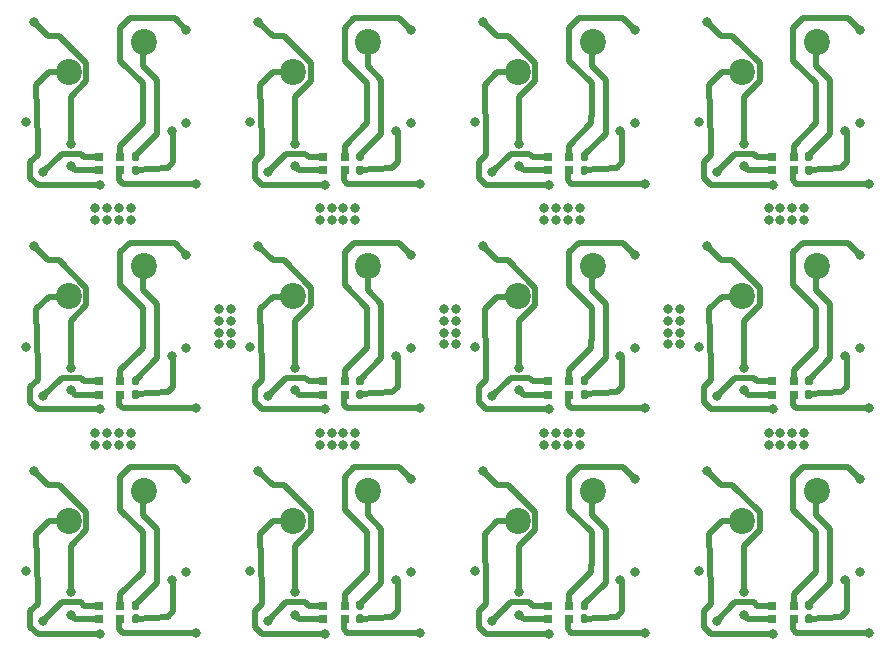
<source format=gbr>
%TF.GenerationSoftware,KiCad,Pcbnew,(5.1.9-0-10_14)*%
%TF.CreationDate,2021-09-25T06:11:46-07:00*%
%TF.ProjectId,MX-KEY-SWITCH-BOARD,4d582d4b-4559-42d5-9357-495443482d42,rev?*%
%TF.SameCoordinates,Original*%
%TF.FileFunction,Copper,L1,Top*%
%TF.FilePolarity,Positive*%
%FSLAX46Y46*%
G04 Gerber Fmt 4.6, Leading zero omitted, Abs format (unit mm)*
G04 Created by KiCad (PCBNEW (5.1.9-0-10_14)) date 2021-09-25 06:11:46*
%MOMM*%
%LPD*%
G01*
G04 APERTURE LIST*
%TA.AperFunction,SMDPad,CuDef*%
%ADD10R,0.700000X0.700000*%
%TD*%
%TA.AperFunction,ComponentPad*%
%ADD11C,2.200000*%
%TD*%
%TA.AperFunction,ViaPad*%
%ADD12C,0.800000*%
%TD*%
%TA.AperFunction,Conductor*%
%ADD13C,0.500000*%
%TD*%
G04 APERTURE END LIST*
D10*
%TO.P,WS12,4*%
%TO.N,VCC*%
X55780000Y-43760000D03*
%TO.P,WS12,3*%
%TO.N,DI*%
X55780000Y-42640000D03*
%TO.P,WS12,2*%
%TO.N,GND*%
X57620000Y-42640000D03*
%TO.P,WS12,1*%
%TO.N,DO*%
X57620000Y-43760000D03*
%TD*%
%TO.P,WS11,4*%
%TO.N,VCC*%
X36780000Y-43760000D03*
%TO.P,WS11,3*%
%TO.N,DI*%
X36780000Y-42640000D03*
%TO.P,WS11,2*%
%TO.N,GND*%
X38620000Y-42640000D03*
%TO.P,WS11,1*%
%TO.N,DO*%
X38620000Y-43760000D03*
%TD*%
%TO.P,WS10,4*%
%TO.N,VCC*%
X17780000Y-43760000D03*
%TO.P,WS10,3*%
%TO.N,DI*%
X17780000Y-42640000D03*
%TO.P,WS10,2*%
%TO.N,GND*%
X19620000Y-42640000D03*
%TO.P,WS10,1*%
%TO.N,DO*%
X19620000Y-43760000D03*
%TD*%
%TO.P,WS9,4*%
%TO.N,VCC*%
X-1220000Y-43760000D03*
%TO.P,WS9,3*%
%TO.N,DI*%
X-1220000Y-42640000D03*
%TO.P,WS9,2*%
%TO.N,GND*%
X620000Y-42640000D03*
%TO.P,WS9,1*%
%TO.N,DO*%
X620000Y-43760000D03*
%TD*%
%TO.P,WS8,4*%
%TO.N,VCC*%
X55780000Y-24760000D03*
%TO.P,WS8,3*%
%TO.N,DI*%
X55780000Y-23640000D03*
%TO.P,WS8,2*%
%TO.N,GND*%
X57620000Y-23640000D03*
%TO.P,WS8,1*%
%TO.N,DO*%
X57620000Y-24760000D03*
%TD*%
%TO.P,WS7,4*%
%TO.N,VCC*%
X36780000Y-24760000D03*
%TO.P,WS7,3*%
%TO.N,DI*%
X36780000Y-23640000D03*
%TO.P,WS7,2*%
%TO.N,GND*%
X38620000Y-23640000D03*
%TO.P,WS7,1*%
%TO.N,DO*%
X38620000Y-24760000D03*
%TD*%
%TO.P,WS6,4*%
%TO.N,VCC*%
X17780000Y-24760000D03*
%TO.P,WS6,3*%
%TO.N,DI*%
X17780000Y-23640000D03*
%TO.P,WS6,2*%
%TO.N,GND*%
X19620000Y-23640000D03*
%TO.P,WS6,1*%
%TO.N,DO*%
X19620000Y-24760000D03*
%TD*%
%TO.P,WS5,4*%
%TO.N,VCC*%
X-1220000Y-24760000D03*
%TO.P,WS5,3*%
%TO.N,DI*%
X-1220000Y-23640000D03*
%TO.P,WS5,2*%
%TO.N,GND*%
X620000Y-23640000D03*
%TO.P,WS5,1*%
%TO.N,DO*%
X620000Y-24760000D03*
%TD*%
%TO.P,WS4,4*%
%TO.N,VCC*%
X55780000Y-5760000D03*
%TO.P,WS4,3*%
%TO.N,DI*%
X55780000Y-4640000D03*
%TO.P,WS4,2*%
%TO.N,GND*%
X57620000Y-4640000D03*
%TO.P,WS4,1*%
%TO.N,DO*%
X57620000Y-5760000D03*
%TD*%
%TO.P,WS3,4*%
%TO.N,VCC*%
X36780000Y-5760000D03*
%TO.P,WS3,3*%
%TO.N,DI*%
X36780000Y-4640000D03*
%TO.P,WS3,2*%
%TO.N,GND*%
X38620000Y-4640000D03*
%TO.P,WS3,1*%
%TO.N,DO*%
X38620000Y-5760000D03*
%TD*%
%TO.P,WS2,4*%
%TO.N,VCC*%
X17780000Y-5760000D03*
%TO.P,WS2,3*%
%TO.N,DI*%
X17780000Y-4640000D03*
%TO.P,WS2,2*%
%TO.N,GND*%
X19620000Y-4640000D03*
%TO.P,WS2,1*%
%TO.N,DO*%
X19620000Y-5760000D03*
%TD*%
D11*
%TO.P,SW12,2*%
%TO.N,COL*%
X53250000Y-35440000D03*
%TO.P,SW12,1*%
%TO.N,Net-(D12-Pad2)*%
X59600000Y-32900000D03*
%TD*%
%TO.P,SW11,2*%
%TO.N,COL*%
X34250000Y-35440000D03*
%TO.P,SW11,1*%
%TO.N,Net-(D11-Pad2)*%
X40600000Y-32900000D03*
%TD*%
%TO.P,SW10,2*%
%TO.N,COL*%
X15250000Y-35440000D03*
%TO.P,SW10,1*%
%TO.N,Net-(D10-Pad2)*%
X21600000Y-32900000D03*
%TD*%
%TO.P,SW9,2*%
%TO.N,COL*%
X-3750000Y-35440000D03*
%TO.P,SW9,1*%
%TO.N,Net-(D9-Pad2)*%
X2600000Y-32900000D03*
%TD*%
%TO.P,SW8,2*%
%TO.N,COL*%
X53250000Y-16440000D03*
%TO.P,SW8,1*%
%TO.N,Net-(D8-Pad2)*%
X59600000Y-13900000D03*
%TD*%
%TO.P,SW7,2*%
%TO.N,COL*%
X34250000Y-16440000D03*
%TO.P,SW7,1*%
%TO.N,Net-(D7-Pad2)*%
X40600000Y-13900000D03*
%TD*%
%TO.P,SW6,2*%
%TO.N,COL*%
X15250000Y-16440000D03*
%TO.P,SW6,1*%
%TO.N,Net-(D6-Pad2)*%
X21600000Y-13900000D03*
%TD*%
%TO.P,SW5,2*%
%TO.N,COL*%
X-3750000Y-16440000D03*
%TO.P,SW5,1*%
%TO.N,Net-(D5-Pad2)*%
X2600000Y-13900000D03*
%TD*%
%TO.P,SW4,2*%
%TO.N,COL*%
X53250000Y2560000D03*
%TO.P,SW4,1*%
%TO.N,Net-(D4-Pad2)*%
X59600000Y5100000D03*
%TD*%
%TO.P,SW3,2*%
%TO.N,COL*%
X34250000Y2560000D03*
%TO.P,SW3,1*%
%TO.N,Net-(D3-Pad2)*%
X40600000Y5100000D03*
%TD*%
%TO.P,SW2,2*%
%TO.N,COL*%
X15250000Y2560000D03*
%TO.P,SW2,1*%
%TO.N,Net-(D2-Pad2)*%
X21600000Y5100000D03*
%TD*%
%TO.P,D12,2*%
%TO.N,Net-(D12-Pad2)*%
%TA.AperFunction,SMDPad,CuDef*%
G36*
G01*
X59060000Y-42982500D02*
X58740000Y-42982500D01*
G75*
G02*
X58580000Y-42822500I0J160000D01*
G01*
X58580000Y-42377500D01*
G75*
G02*
X58740000Y-42217500I160000J0D01*
G01*
X59060000Y-42217500D01*
G75*
G02*
X59220000Y-42377500I0J-160000D01*
G01*
X59220000Y-42822500D01*
G75*
G02*
X59060000Y-42982500I-160000J0D01*
G01*
G37*
%TD.AperFunction*%
%TO.P,D12,1*%
%TO.N,ROW*%
%TA.AperFunction,SMDPad,CuDef*%
G36*
G01*
X59060000Y-44127500D02*
X58740000Y-44127500D01*
G75*
G02*
X58580000Y-43967500I0J160000D01*
G01*
X58580000Y-43522500D01*
G75*
G02*
X58740000Y-43362500I160000J0D01*
G01*
X59060000Y-43362500D01*
G75*
G02*
X59220000Y-43522500I0J-160000D01*
G01*
X59220000Y-43967500D01*
G75*
G02*
X59060000Y-44127500I-160000J0D01*
G01*
G37*
%TD.AperFunction*%
%TD*%
%TO.P,D11,2*%
%TO.N,Net-(D11-Pad2)*%
%TA.AperFunction,SMDPad,CuDef*%
G36*
G01*
X40060000Y-42982500D02*
X39740000Y-42982500D01*
G75*
G02*
X39580000Y-42822500I0J160000D01*
G01*
X39580000Y-42377500D01*
G75*
G02*
X39740000Y-42217500I160000J0D01*
G01*
X40060000Y-42217500D01*
G75*
G02*
X40220000Y-42377500I0J-160000D01*
G01*
X40220000Y-42822500D01*
G75*
G02*
X40060000Y-42982500I-160000J0D01*
G01*
G37*
%TD.AperFunction*%
%TO.P,D11,1*%
%TO.N,ROW*%
%TA.AperFunction,SMDPad,CuDef*%
G36*
G01*
X40060000Y-44127500D02*
X39740000Y-44127500D01*
G75*
G02*
X39580000Y-43967500I0J160000D01*
G01*
X39580000Y-43522500D01*
G75*
G02*
X39740000Y-43362500I160000J0D01*
G01*
X40060000Y-43362500D01*
G75*
G02*
X40220000Y-43522500I0J-160000D01*
G01*
X40220000Y-43967500D01*
G75*
G02*
X40060000Y-44127500I-160000J0D01*
G01*
G37*
%TD.AperFunction*%
%TD*%
%TO.P,D10,2*%
%TO.N,Net-(D10-Pad2)*%
%TA.AperFunction,SMDPad,CuDef*%
G36*
G01*
X21060000Y-42982500D02*
X20740000Y-42982500D01*
G75*
G02*
X20580000Y-42822500I0J160000D01*
G01*
X20580000Y-42377500D01*
G75*
G02*
X20740000Y-42217500I160000J0D01*
G01*
X21060000Y-42217500D01*
G75*
G02*
X21220000Y-42377500I0J-160000D01*
G01*
X21220000Y-42822500D01*
G75*
G02*
X21060000Y-42982500I-160000J0D01*
G01*
G37*
%TD.AperFunction*%
%TO.P,D10,1*%
%TO.N,ROW*%
%TA.AperFunction,SMDPad,CuDef*%
G36*
G01*
X21060000Y-44127500D02*
X20740000Y-44127500D01*
G75*
G02*
X20580000Y-43967500I0J160000D01*
G01*
X20580000Y-43522500D01*
G75*
G02*
X20740000Y-43362500I160000J0D01*
G01*
X21060000Y-43362500D01*
G75*
G02*
X21220000Y-43522500I0J-160000D01*
G01*
X21220000Y-43967500D01*
G75*
G02*
X21060000Y-44127500I-160000J0D01*
G01*
G37*
%TD.AperFunction*%
%TD*%
%TO.P,D9,2*%
%TO.N,Net-(D9-Pad2)*%
%TA.AperFunction,SMDPad,CuDef*%
G36*
G01*
X2060000Y-42982500D02*
X1740000Y-42982500D01*
G75*
G02*
X1580000Y-42822500I0J160000D01*
G01*
X1580000Y-42377500D01*
G75*
G02*
X1740000Y-42217500I160000J0D01*
G01*
X2060000Y-42217500D01*
G75*
G02*
X2220000Y-42377500I0J-160000D01*
G01*
X2220000Y-42822500D01*
G75*
G02*
X2060000Y-42982500I-160000J0D01*
G01*
G37*
%TD.AperFunction*%
%TO.P,D9,1*%
%TO.N,ROW*%
%TA.AperFunction,SMDPad,CuDef*%
G36*
G01*
X2060000Y-44127500D02*
X1740000Y-44127500D01*
G75*
G02*
X1580000Y-43967500I0J160000D01*
G01*
X1580000Y-43522500D01*
G75*
G02*
X1740000Y-43362500I160000J0D01*
G01*
X2060000Y-43362500D01*
G75*
G02*
X2220000Y-43522500I0J-160000D01*
G01*
X2220000Y-43967500D01*
G75*
G02*
X2060000Y-44127500I-160000J0D01*
G01*
G37*
%TD.AperFunction*%
%TD*%
%TO.P,D8,2*%
%TO.N,Net-(D8-Pad2)*%
%TA.AperFunction,SMDPad,CuDef*%
G36*
G01*
X59060000Y-23982500D02*
X58740000Y-23982500D01*
G75*
G02*
X58580000Y-23822500I0J160000D01*
G01*
X58580000Y-23377500D01*
G75*
G02*
X58740000Y-23217500I160000J0D01*
G01*
X59060000Y-23217500D01*
G75*
G02*
X59220000Y-23377500I0J-160000D01*
G01*
X59220000Y-23822500D01*
G75*
G02*
X59060000Y-23982500I-160000J0D01*
G01*
G37*
%TD.AperFunction*%
%TO.P,D8,1*%
%TO.N,ROW*%
%TA.AperFunction,SMDPad,CuDef*%
G36*
G01*
X59060000Y-25127500D02*
X58740000Y-25127500D01*
G75*
G02*
X58580000Y-24967500I0J160000D01*
G01*
X58580000Y-24522500D01*
G75*
G02*
X58740000Y-24362500I160000J0D01*
G01*
X59060000Y-24362500D01*
G75*
G02*
X59220000Y-24522500I0J-160000D01*
G01*
X59220000Y-24967500D01*
G75*
G02*
X59060000Y-25127500I-160000J0D01*
G01*
G37*
%TD.AperFunction*%
%TD*%
%TO.P,D7,2*%
%TO.N,Net-(D7-Pad2)*%
%TA.AperFunction,SMDPad,CuDef*%
G36*
G01*
X40060000Y-23982500D02*
X39740000Y-23982500D01*
G75*
G02*
X39580000Y-23822500I0J160000D01*
G01*
X39580000Y-23377500D01*
G75*
G02*
X39740000Y-23217500I160000J0D01*
G01*
X40060000Y-23217500D01*
G75*
G02*
X40220000Y-23377500I0J-160000D01*
G01*
X40220000Y-23822500D01*
G75*
G02*
X40060000Y-23982500I-160000J0D01*
G01*
G37*
%TD.AperFunction*%
%TO.P,D7,1*%
%TO.N,ROW*%
%TA.AperFunction,SMDPad,CuDef*%
G36*
G01*
X40060000Y-25127500D02*
X39740000Y-25127500D01*
G75*
G02*
X39580000Y-24967500I0J160000D01*
G01*
X39580000Y-24522500D01*
G75*
G02*
X39740000Y-24362500I160000J0D01*
G01*
X40060000Y-24362500D01*
G75*
G02*
X40220000Y-24522500I0J-160000D01*
G01*
X40220000Y-24967500D01*
G75*
G02*
X40060000Y-25127500I-160000J0D01*
G01*
G37*
%TD.AperFunction*%
%TD*%
%TO.P,D6,2*%
%TO.N,Net-(D6-Pad2)*%
%TA.AperFunction,SMDPad,CuDef*%
G36*
G01*
X21060000Y-23982500D02*
X20740000Y-23982500D01*
G75*
G02*
X20580000Y-23822500I0J160000D01*
G01*
X20580000Y-23377500D01*
G75*
G02*
X20740000Y-23217500I160000J0D01*
G01*
X21060000Y-23217500D01*
G75*
G02*
X21220000Y-23377500I0J-160000D01*
G01*
X21220000Y-23822500D01*
G75*
G02*
X21060000Y-23982500I-160000J0D01*
G01*
G37*
%TD.AperFunction*%
%TO.P,D6,1*%
%TO.N,ROW*%
%TA.AperFunction,SMDPad,CuDef*%
G36*
G01*
X21060000Y-25127500D02*
X20740000Y-25127500D01*
G75*
G02*
X20580000Y-24967500I0J160000D01*
G01*
X20580000Y-24522500D01*
G75*
G02*
X20740000Y-24362500I160000J0D01*
G01*
X21060000Y-24362500D01*
G75*
G02*
X21220000Y-24522500I0J-160000D01*
G01*
X21220000Y-24967500D01*
G75*
G02*
X21060000Y-25127500I-160000J0D01*
G01*
G37*
%TD.AperFunction*%
%TD*%
%TO.P,D5,2*%
%TO.N,Net-(D5-Pad2)*%
%TA.AperFunction,SMDPad,CuDef*%
G36*
G01*
X2060000Y-23982500D02*
X1740000Y-23982500D01*
G75*
G02*
X1580000Y-23822500I0J160000D01*
G01*
X1580000Y-23377500D01*
G75*
G02*
X1740000Y-23217500I160000J0D01*
G01*
X2060000Y-23217500D01*
G75*
G02*
X2220000Y-23377500I0J-160000D01*
G01*
X2220000Y-23822500D01*
G75*
G02*
X2060000Y-23982500I-160000J0D01*
G01*
G37*
%TD.AperFunction*%
%TO.P,D5,1*%
%TO.N,ROW*%
%TA.AperFunction,SMDPad,CuDef*%
G36*
G01*
X2060000Y-25127500D02*
X1740000Y-25127500D01*
G75*
G02*
X1580000Y-24967500I0J160000D01*
G01*
X1580000Y-24522500D01*
G75*
G02*
X1740000Y-24362500I160000J0D01*
G01*
X2060000Y-24362500D01*
G75*
G02*
X2220000Y-24522500I0J-160000D01*
G01*
X2220000Y-24967500D01*
G75*
G02*
X2060000Y-25127500I-160000J0D01*
G01*
G37*
%TD.AperFunction*%
%TD*%
%TO.P,D4,2*%
%TO.N,Net-(D4-Pad2)*%
%TA.AperFunction,SMDPad,CuDef*%
G36*
G01*
X59060000Y-4982500D02*
X58740000Y-4982500D01*
G75*
G02*
X58580000Y-4822500I0J160000D01*
G01*
X58580000Y-4377500D01*
G75*
G02*
X58740000Y-4217500I160000J0D01*
G01*
X59060000Y-4217500D01*
G75*
G02*
X59220000Y-4377500I0J-160000D01*
G01*
X59220000Y-4822500D01*
G75*
G02*
X59060000Y-4982500I-160000J0D01*
G01*
G37*
%TD.AperFunction*%
%TO.P,D4,1*%
%TO.N,ROW*%
%TA.AperFunction,SMDPad,CuDef*%
G36*
G01*
X59060000Y-6127500D02*
X58740000Y-6127500D01*
G75*
G02*
X58580000Y-5967500I0J160000D01*
G01*
X58580000Y-5522500D01*
G75*
G02*
X58740000Y-5362500I160000J0D01*
G01*
X59060000Y-5362500D01*
G75*
G02*
X59220000Y-5522500I0J-160000D01*
G01*
X59220000Y-5967500D01*
G75*
G02*
X59060000Y-6127500I-160000J0D01*
G01*
G37*
%TD.AperFunction*%
%TD*%
%TO.P,D3,2*%
%TO.N,Net-(D3-Pad2)*%
%TA.AperFunction,SMDPad,CuDef*%
G36*
G01*
X40060000Y-4982500D02*
X39740000Y-4982500D01*
G75*
G02*
X39580000Y-4822500I0J160000D01*
G01*
X39580000Y-4377500D01*
G75*
G02*
X39740000Y-4217500I160000J0D01*
G01*
X40060000Y-4217500D01*
G75*
G02*
X40220000Y-4377500I0J-160000D01*
G01*
X40220000Y-4822500D01*
G75*
G02*
X40060000Y-4982500I-160000J0D01*
G01*
G37*
%TD.AperFunction*%
%TO.P,D3,1*%
%TO.N,ROW*%
%TA.AperFunction,SMDPad,CuDef*%
G36*
G01*
X40060000Y-6127500D02*
X39740000Y-6127500D01*
G75*
G02*
X39580000Y-5967500I0J160000D01*
G01*
X39580000Y-5522500D01*
G75*
G02*
X39740000Y-5362500I160000J0D01*
G01*
X40060000Y-5362500D01*
G75*
G02*
X40220000Y-5522500I0J-160000D01*
G01*
X40220000Y-5967500D01*
G75*
G02*
X40060000Y-6127500I-160000J0D01*
G01*
G37*
%TD.AperFunction*%
%TD*%
%TO.P,D2,2*%
%TO.N,Net-(D2-Pad2)*%
%TA.AperFunction,SMDPad,CuDef*%
G36*
G01*
X21060000Y-4982500D02*
X20740000Y-4982500D01*
G75*
G02*
X20580000Y-4822500I0J160000D01*
G01*
X20580000Y-4377500D01*
G75*
G02*
X20740000Y-4217500I160000J0D01*
G01*
X21060000Y-4217500D01*
G75*
G02*
X21220000Y-4377500I0J-160000D01*
G01*
X21220000Y-4822500D01*
G75*
G02*
X21060000Y-4982500I-160000J0D01*
G01*
G37*
%TD.AperFunction*%
%TO.P,D2,1*%
%TO.N,ROW*%
%TA.AperFunction,SMDPad,CuDef*%
G36*
G01*
X21060000Y-6127500D02*
X20740000Y-6127500D01*
G75*
G02*
X20580000Y-5967500I0J160000D01*
G01*
X20580000Y-5522500D01*
G75*
G02*
X20740000Y-5362500I160000J0D01*
G01*
X21060000Y-5362500D01*
G75*
G02*
X21220000Y-5522500I0J-160000D01*
G01*
X21220000Y-5967500D01*
G75*
G02*
X21060000Y-6127500I-160000J0D01*
G01*
G37*
%TD.AperFunction*%
%TD*%
D10*
%TO.P,WS1,4*%
%TO.N,VCC*%
X-1220000Y-5760000D03*
%TO.P,WS1,3*%
%TO.N,DI*%
X-1220000Y-4640000D03*
%TO.P,WS1,2*%
%TO.N,GND*%
X620000Y-4640000D03*
%TO.P,WS1,1*%
%TO.N,DO*%
X620000Y-5760000D03*
%TD*%
D11*
%TO.P,SW1,2*%
%TO.N,COL*%
X-3750000Y2560000D03*
%TO.P,SW1,1*%
%TO.N,Net-(D1-Pad2)*%
X2600000Y5100000D03*
%TD*%
%TO.P,D1,2*%
%TO.N,Net-(D1-Pad2)*%
%TA.AperFunction,SMDPad,CuDef*%
G36*
G01*
X2060000Y-4982500D02*
X1740000Y-4982500D01*
G75*
G02*
X1580000Y-4822500I0J160000D01*
G01*
X1580000Y-4377500D01*
G75*
G02*
X1740000Y-4217500I160000J0D01*
G01*
X2060000Y-4217500D01*
G75*
G02*
X2220000Y-4377500I0J-160000D01*
G01*
X2220000Y-4822500D01*
G75*
G02*
X2060000Y-4982500I-160000J0D01*
G01*
G37*
%TD.AperFunction*%
%TO.P,D1,1*%
%TO.N,ROW*%
%TA.AperFunction,SMDPad,CuDef*%
G36*
G01*
X2060000Y-6127500D02*
X1740000Y-6127500D01*
G75*
G02*
X1580000Y-5967500I0J160000D01*
G01*
X1580000Y-5522500D01*
G75*
G02*
X1740000Y-5362500I160000J0D01*
G01*
X2060000Y-5362500D01*
G75*
G02*
X2220000Y-5522500I0J-160000D01*
G01*
X2220000Y-5967500D01*
G75*
G02*
X2060000Y-6127500I-160000J0D01*
G01*
G37*
%TD.AperFunction*%
%TD*%
D12*
%TO.N,*%
X1500000Y-9000000D03*
X500000Y-9000000D03*
X-500000Y-9000000D03*
X-1500000Y-9000000D03*
X20500000Y-9000000D03*
X19500000Y-9000000D03*
X18500000Y-9000000D03*
X17500000Y-9000000D03*
X39500000Y-9000000D03*
X38500000Y-9000000D03*
X37500000Y-9000000D03*
X36500000Y-9000000D03*
X58500000Y-9000000D03*
X57500000Y-9000000D03*
X56500000Y-9000000D03*
X55500000Y-9000000D03*
X-1500000Y-10000000D03*
X-500000Y-10000000D03*
X500000Y-10000000D03*
X1500000Y-10000000D03*
X9000000Y-17500000D03*
X9000000Y-18500000D03*
X9000000Y-19500000D03*
X9000000Y-20500000D03*
X1500000Y-28000000D03*
X500000Y-28000000D03*
X-500000Y-28000000D03*
X-1500000Y-28000000D03*
X10000000Y-17500000D03*
X10000000Y-18500000D03*
X10000000Y-19500000D03*
X10000000Y-20500000D03*
X17500000Y-10000000D03*
X18500000Y-10000000D03*
X19500000Y-10000000D03*
X20500000Y-10000000D03*
X28000000Y-17500000D03*
X28000000Y-18500000D03*
X28000000Y-19500000D03*
X28000000Y-20500000D03*
X20500000Y-28000000D03*
X19500000Y-28000000D03*
X18500000Y-28000000D03*
X17500000Y-28000000D03*
X29000000Y-17500000D03*
X29000000Y-18500000D03*
X29000000Y-19500000D03*
X29000000Y-20500000D03*
X36500000Y-10000000D03*
X37500000Y-10000000D03*
X38500000Y-10000000D03*
X39500000Y-10000000D03*
X47000000Y-17500000D03*
X47000000Y-18500000D03*
X47000000Y-19500000D03*
X47000000Y-20500000D03*
X39500000Y-28000000D03*
X38500000Y-28000000D03*
X37500000Y-28000000D03*
X36500000Y-28000000D03*
X48000000Y-17500000D03*
X48000000Y-18500000D03*
X48000000Y-19500000D03*
X48000000Y-20500000D03*
X55500000Y-10000000D03*
X56500000Y-10000000D03*
X57500000Y-10000000D03*
X58500000Y-10000000D03*
X58500000Y-28000000D03*
X57500000Y-28000000D03*
X56500000Y-28000000D03*
X55500000Y-28000000D03*
X-1500000Y-29000000D03*
X-500000Y-29000000D03*
X500000Y-29000000D03*
X1500000Y-29000000D03*
X17500000Y-29000000D03*
X18500000Y-29000000D03*
X19500000Y-29000000D03*
X20500000Y-29000000D03*
X36500000Y-29000000D03*
X37500000Y-29000000D03*
X38500000Y-29000000D03*
X39500000Y-29000000D03*
X55500000Y-29000000D03*
X56500000Y-29000000D03*
X57500000Y-29000000D03*
X58500000Y-29000000D03*
%TO.N,VCC*%
X-3600000Y-5400000D03*
X-6700000Y6800000D03*
X-3600000Y-3500000D03*
X15400000Y-5400000D03*
X12300000Y6800000D03*
X15400000Y-3500000D03*
X34400000Y-5400000D03*
X31300000Y6800000D03*
X34400000Y-3500000D03*
X53400000Y-5400000D03*
X50300000Y6800000D03*
X53400000Y-3500000D03*
X-3600000Y-24400000D03*
X-6700000Y-12200000D03*
X-3600000Y-22500000D03*
X15400000Y-24400000D03*
X12300000Y-12200000D03*
X15400000Y-22500000D03*
X34400000Y-24400000D03*
X31300000Y-12200000D03*
X34400000Y-22500000D03*
X53400000Y-24400000D03*
X50300000Y-12200000D03*
X53400000Y-22500000D03*
X-3600000Y-43400000D03*
X-6700000Y-31200000D03*
X-3600000Y-41500000D03*
X15400000Y-43400000D03*
X12300000Y-31200000D03*
X15400000Y-41500000D03*
X34400000Y-43400000D03*
X31300000Y-31200000D03*
X34400000Y-41500000D03*
X53400000Y-43400000D03*
X50300000Y-31200000D03*
X53400000Y-41500000D03*
%TO.N,DI*%
X-5900000Y-5900000D03*
X13100000Y-5900000D03*
X32100000Y-5900000D03*
X51100000Y-5900000D03*
X-5900000Y-24900000D03*
X13100000Y-24900000D03*
X32100000Y-24900000D03*
X51100000Y-24900000D03*
X-5900000Y-43900000D03*
X13100000Y-43900000D03*
X32100000Y-43900000D03*
X51100000Y-43900000D03*
%TO.N,GND*%
X6200000Y6100000D03*
X25200000Y6100000D03*
X44200000Y6100000D03*
X63200000Y6100000D03*
X6200000Y-12900000D03*
X25200000Y-12900000D03*
X44200000Y-12900000D03*
X63200000Y-12900000D03*
X6200000Y-31900000D03*
X25200000Y-31900000D03*
X44200000Y-31900000D03*
X63200000Y-31900000D03*
%TO.N,DO*%
X7000000Y-6900000D03*
X26000000Y-6900000D03*
X45000000Y-6900000D03*
X64000000Y-6900000D03*
X7000000Y-25900000D03*
X26000000Y-25900000D03*
X45000000Y-25900000D03*
X64000000Y-25900000D03*
X7000000Y-44900000D03*
X26000000Y-44900000D03*
X45000000Y-44900000D03*
X64000000Y-44900000D03*
%TO.N,COL*%
X-1100000Y-7000000D03*
X17900000Y-7000000D03*
X36900000Y-7000000D03*
X55900000Y-7000000D03*
X-1100000Y-26000000D03*
X17900000Y-26000000D03*
X36900000Y-26000000D03*
X55900000Y-26000000D03*
X-1100000Y-45000000D03*
X17900000Y-45000000D03*
X36900000Y-45000000D03*
X55900000Y-45000000D03*
%TO.N,ROW*%
X6200000Y-1800000D03*
X-7375000Y-1700000D03*
X4950001Y-2450001D03*
X25200000Y-1800000D03*
X11625000Y-1700000D03*
X23950001Y-2450001D03*
X44200000Y-1800000D03*
X30625000Y-1700000D03*
X42950001Y-2450001D03*
X63200000Y-1800000D03*
X49625000Y-1700000D03*
X61950001Y-2450001D03*
X6200000Y-20800000D03*
X-7375000Y-20700000D03*
X4950001Y-21450001D03*
X25200000Y-20800000D03*
X11625000Y-20700000D03*
X23950001Y-21450001D03*
X44200000Y-20800000D03*
X30625000Y-20700000D03*
X42950001Y-21450001D03*
X63200000Y-20800000D03*
X49625000Y-20700000D03*
X61950001Y-21450001D03*
X6200000Y-39800000D03*
X-7375000Y-39700000D03*
X4950001Y-40450001D03*
X25200000Y-39800000D03*
X11625000Y-39700000D03*
X23950001Y-40450001D03*
X44200000Y-39800000D03*
X30625000Y-39700000D03*
X42950001Y-40450001D03*
X63200000Y-39800000D03*
X49625000Y-39700000D03*
X61950001Y-40450001D03*
%TD*%
D13*
%TO.N,VCC*%
X-3530000Y-5470000D02*
X-3600000Y-5400000D01*
X-6524999Y6624999D02*
X-6700000Y6800000D01*
X-2259999Y1795999D02*
X-2259999Y3284001D01*
X-3600000Y455998D02*
X-2259999Y1795999D01*
X-2259999Y3284001D02*
X-4575998Y5600000D01*
X-3600000Y-3500000D02*
X-3600000Y455998D01*
X-5500000Y5600000D02*
X-6700000Y6800000D01*
X-4575998Y5600000D02*
X-5500000Y5600000D01*
X-3240000Y-5760000D02*
X-3600000Y-5400000D01*
X-1320000Y-5760000D02*
X-3240000Y-5760000D01*
X15470000Y-5470000D02*
X15400000Y-5400000D01*
X12475001Y6624999D02*
X12300000Y6800000D01*
X16740001Y1795999D02*
X16740001Y3284001D01*
X15400000Y455998D02*
X16740001Y1795999D01*
X16740001Y3284001D02*
X14424002Y5600000D01*
X15400000Y-3500000D02*
X15400000Y455998D01*
X13500000Y5600000D02*
X12300000Y6800000D01*
X14424002Y5600000D02*
X13500000Y5600000D01*
X15760000Y-5760000D02*
X15400000Y-5400000D01*
X17680000Y-5760000D02*
X15760000Y-5760000D01*
X34470000Y-5470000D02*
X34400000Y-5400000D01*
X31475001Y6624999D02*
X31300000Y6800000D01*
X35740001Y1795999D02*
X35740001Y3284001D01*
X34400000Y455998D02*
X35740001Y1795999D01*
X35740001Y3284001D02*
X33424002Y5600000D01*
X34400000Y-3500000D02*
X34400000Y455998D01*
X32500000Y5600000D02*
X31300000Y6800000D01*
X33424002Y5600000D02*
X32500000Y5600000D01*
X34760000Y-5760000D02*
X34400000Y-5400000D01*
X36680000Y-5760000D02*
X34760000Y-5760000D01*
X53470000Y-5470000D02*
X53400000Y-5400000D01*
X50475001Y6624999D02*
X50300000Y6800000D01*
X54740001Y1795999D02*
X54740001Y3284001D01*
X53400000Y455998D02*
X54740001Y1795999D01*
X54740001Y3284001D02*
X52424002Y5600000D01*
X53400000Y-3500000D02*
X53400000Y455998D01*
X51500000Y5600000D02*
X50300000Y6800000D01*
X52424002Y5600000D02*
X51500000Y5600000D01*
X53760000Y-5760000D02*
X53400000Y-5400000D01*
X55680000Y-5760000D02*
X53760000Y-5760000D01*
X-3530000Y-24470000D02*
X-3600000Y-24400000D01*
X-6524999Y-12375001D02*
X-6700000Y-12200000D01*
X-2259999Y-17204001D02*
X-2259999Y-15715999D01*
X-3600000Y-18544002D02*
X-2259999Y-17204001D01*
X-2259999Y-15715999D02*
X-4575998Y-13400000D01*
X-3600000Y-22500000D02*
X-3600000Y-18544002D01*
X-5500000Y-13400000D02*
X-6700000Y-12200000D01*
X-4575998Y-13400000D02*
X-5500000Y-13400000D01*
X-3240000Y-24760000D02*
X-3600000Y-24400000D01*
X-1320000Y-24760000D02*
X-3240000Y-24760000D01*
X15470000Y-24470000D02*
X15400000Y-24400000D01*
X12475001Y-12375001D02*
X12300000Y-12200000D01*
X16740001Y-17204001D02*
X16740001Y-15715999D01*
X15400000Y-18544002D02*
X16740001Y-17204001D01*
X16740001Y-15715999D02*
X14424002Y-13400000D01*
X15400000Y-22500000D02*
X15400000Y-18544002D01*
X13500000Y-13400000D02*
X12300000Y-12200000D01*
X14424002Y-13400000D02*
X13500000Y-13400000D01*
X15760000Y-24760000D02*
X15400000Y-24400000D01*
X17680000Y-24760000D02*
X15760000Y-24760000D01*
X34470000Y-24470000D02*
X34400000Y-24400000D01*
X31475001Y-12375001D02*
X31300000Y-12200000D01*
X35740001Y-17204001D02*
X35740001Y-15715999D01*
X34400000Y-18544002D02*
X35740001Y-17204001D01*
X35740001Y-15715999D02*
X33424002Y-13400000D01*
X34400000Y-22500000D02*
X34400000Y-18544002D01*
X32500000Y-13400000D02*
X31300000Y-12200000D01*
X33424002Y-13400000D02*
X32500000Y-13400000D01*
X34760000Y-24760000D02*
X34400000Y-24400000D01*
X36680000Y-24760000D02*
X34760000Y-24760000D01*
X53470000Y-24470000D02*
X53400000Y-24400000D01*
X50475001Y-12375001D02*
X50300000Y-12200000D01*
X54740001Y-17204001D02*
X54740001Y-15715999D01*
X53400000Y-18544002D02*
X54740001Y-17204001D01*
X54740001Y-15715999D02*
X52424002Y-13400000D01*
X53400000Y-22500000D02*
X53400000Y-18544002D01*
X51500000Y-13400000D02*
X50300000Y-12200000D01*
X52424002Y-13400000D02*
X51500000Y-13400000D01*
X53760000Y-24760000D02*
X53400000Y-24400000D01*
X55680000Y-24760000D02*
X53760000Y-24760000D01*
X-3530000Y-43470000D02*
X-3600000Y-43400000D01*
X-6524999Y-31375001D02*
X-6700000Y-31200000D01*
X-2259999Y-36204001D02*
X-2259999Y-34715999D01*
X-3600000Y-37544002D02*
X-2259999Y-36204001D01*
X-2259999Y-34715999D02*
X-4575998Y-32400000D01*
X-3600000Y-41500000D02*
X-3600000Y-37544002D01*
X-5500000Y-32400000D02*
X-6700000Y-31200000D01*
X-4575998Y-32400000D02*
X-5500000Y-32400000D01*
X-3240000Y-43760000D02*
X-3600000Y-43400000D01*
X-1320000Y-43760000D02*
X-3240000Y-43760000D01*
X15470000Y-43470000D02*
X15400000Y-43400000D01*
X12475001Y-31375001D02*
X12300000Y-31200000D01*
X16740001Y-36204001D02*
X16740001Y-34715999D01*
X15400000Y-37544002D02*
X16740001Y-36204001D01*
X16740001Y-34715999D02*
X14424002Y-32400000D01*
X15400000Y-41500000D02*
X15400000Y-37544002D01*
X13500000Y-32400000D02*
X12300000Y-31200000D01*
X14424002Y-32400000D02*
X13500000Y-32400000D01*
X15760000Y-43760000D02*
X15400000Y-43400000D01*
X17680000Y-43760000D02*
X15760000Y-43760000D01*
X34470000Y-43470000D02*
X34400000Y-43400000D01*
X31475001Y-31375001D02*
X31300000Y-31200000D01*
X35740001Y-36204001D02*
X35740001Y-34715999D01*
X34400000Y-37544002D02*
X35740001Y-36204001D01*
X35740001Y-34715999D02*
X33424002Y-32400000D01*
X34400000Y-41500000D02*
X34400000Y-37544002D01*
X32500000Y-32400000D02*
X31300000Y-31200000D01*
X33424002Y-32400000D02*
X32500000Y-32400000D01*
X34760000Y-43760000D02*
X34400000Y-43400000D01*
X36680000Y-43760000D02*
X34760000Y-43760000D01*
X53470000Y-43470000D02*
X53400000Y-43400000D01*
X50475001Y-31375001D02*
X50300000Y-31200000D01*
X54740001Y-36204001D02*
X54740001Y-34715999D01*
X53400000Y-37544002D02*
X54740001Y-36204001D01*
X54740001Y-34715999D02*
X52424002Y-32400000D01*
X53400000Y-41500000D02*
X53400000Y-37544002D01*
X51500000Y-32400000D02*
X50300000Y-31200000D01*
X52424002Y-32400000D02*
X51500000Y-32400000D01*
X53760000Y-43760000D02*
X53400000Y-43400000D01*
X55680000Y-43760000D02*
X53760000Y-43760000D01*
%TO.N,DI*%
X-5900000Y-5900000D02*
X-4350000Y-4350000D01*
X-4350000Y-4350000D02*
X-2750000Y-4350000D01*
X-2460000Y-4640000D02*
X-2750000Y-4350000D01*
X-1320000Y-4640000D02*
X-2460000Y-4640000D01*
X13100000Y-5900000D02*
X14650000Y-4350000D01*
X14650000Y-4350000D02*
X16250000Y-4350000D01*
X16540000Y-4640000D02*
X16250000Y-4350000D01*
X17680000Y-4640000D02*
X16540000Y-4640000D01*
X32100000Y-5900000D02*
X33650000Y-4350000D01*
X33650000Y-4350000D02*
X35250000Y-4350000D01*
X35540000Y-4640000D02*
X35250000Y-4350000D01*
X36680000Y-4640000D02*
X35540000Y-4640000D01*
X51100000Y-5900000D02*
X52650000Y-4350000D01*
X52650000Y-4350000D02*
X54250000Y-4350000D01*
X54540000Y-4640000D02*
X54250000Y-4350000D01*
X55680000Y-4640000D02*
X54540000Y-4640000D01*
X-5900000Y-24900000D02*
X-4350000Y-23350000D01*
X-4350000Y-23350000D02*
X-2750000Y-23350000D01*
X-2460000Y-23640000D02*
X-2750000Y-23350000D01*
X-1320000Y-23640000D02*
X-2460000Y-23640000D01*
X13100000Y-24900000D02*
X14650000Y-23350000D01*
X14650000Y-23350000D02*
X16250000Y-23350000D01*
X16540000Y-23640000D02*
X16250000Y-23350000D01*
X17680000Y-23640000D02*
X16540000Y-23640000D01*
X32100000Y-24900000D02*
X33650000Y-23350000D01*
X33650000Y-23350000D02*
X35250000Y-23350000D01*
X35540000Y-23640000D02*
X35250000Y-23350000D01*
X36680000Y-23640000D02*
X35540000Y-23640000D01*
X51100000Y-24900000D02*
X52650000Y-23350000D01*
X52650000Y-23350000D02*
X54250000Y-23350000D01*
X54540000Y-23640000D02*
X54250000Y-23350000D01*
X55680000Y-23640000D02*
X54540000Y-23640000D01*
X-5900000Y-43900000D02*
X-4350000Y-42350000D01*
X-4350000Y-42350000D02*
X-2750000Y-42350000D01*
X-2460000Y-42640000D02*
X-2750000Y-42350000D01*
X-1320000Y-42640000D02*
X-2460000Y-42640000D01*
X13100000Y-43900000D02*
X14650000Y-42350000D01*
X14650000Y-42350000D02*
X16250000Y-42350000D01*
X16540000Y-42640000D02*
X16250000Y-42350000D01*
X17680000Y-42640000D02*
X16540000Y-42640000D01*
X32100000Y-43900000D02*
X33650000Y-42350000D01*
X33650000Y-42350000D02*
X35250000Y-42350000D01*
X35540000Y-42640000D02*
X35250000Y-42350000D01*
X36680000Y-42640000D02*
X35540000Y-42640000D01*
X51100000Y-43900000D02*
X52650000Y-42350000D01*
X52650000Y-42350000D02*
X54250000Y-42350000D01*
X54540000Y-42640000D02*
X54250000Y-42350000D01*
X55680000Y-42640000D02*
X54540000Y-42640000D01*
%TO.N,GND*%
X6200000Y6100000D02*
X5200000Y7100000D01*
X5200000Y7100000D02*
X1400000Y7100000D01*
X1400000Y7100000D02*
X600000Y6300000D01*
X600000Y6300000D02*
X600000Y3700000D01*
X620000Y-4640000D02*
X620000Y-3680000D01*
X620000Y-3680000D02*
X2500000Y-1800000D01*
X2510001Y-1156001D02*
X2510001Y1589999D01*
X2500000Y-1166002D02*
X2510001Y-1156001D01*
X2500000Y-1800000D02*
X2500000Y-1166002D01*
X600000Y3500000D02*
X600000Y3700000D01*
X2510001Y1589999D02*
X600000Y3500000D01*
X25200000Y6100000D02*
X24200000Y7100000D01*
X24200000Y7100000D02*
X20400000Y7100000D01*
X20400000Y7100000D02*
X19600000Y6300000D01*
X19600000Y6300000D02*
X19600000Y3700000D01*
X19620000Y-4640000D02*
X19620000Y-3680000D01*
X19620000Y-3680000D02*
X21500000Y-1800000D01*
X21510001Y-1156001D02*
X21510001Y1589999D01*
X21500000Y-1166002D02*
X21510001Y-1156001D01*
X21500000Y-1800000D02*
X21500000Y-1166002D01*
X19600000Y3500000D02*
X19600000Y3700000D01*
X21510001Y1589999D02*
X19600000Y3500000D01*
X44200000Y6100000D02*
X43200000Y7100000D01*
X43200000Y7100000D02*
X39400000Y7100000D01*
X39400000Y7100000D02*
X38600000Y6300000D01*
X38600000Y6300000D02*
X38600000Y3700000D01*
X38620000Y-4640000D02*
X38620000Y-3680000D01*
X38620000Y-3680000D02*
X40500000Y-1800000D01*
X40510001Y-1156001D02*
X40510001Y1589999D01*
X40500000Y-1166002D02*
X40510001Y-1156001D01*
X40500000Y-1800000D02*
X40500000Y-1166002D01*
X38600000Y3500000D02*
X38600000Y3700000D01*
X40510001Y1589999D02*
X38600000Y3500000D01*
X63200000Y6100000D02*
X62200000Y7100000D01*
X62200000Y7100000D02*
X58400000Y7100000D01*
X58400000Y7100000D02*
X57600000Y6300000D01*
X57600000Y6300000D02*
X57600000Y3700000D01*
X57620000Y-4640000D02*
X57620000Y-3680000D01*
X57620000Y-3680000D02*
X59500000Y-1800000D01*
X59510001Y-1156001D02*
X59510001Y1589999D01*
X59500000Y-1166002D02*
X59510001Y-1156001D01*
X59500000Y-1800000D02*
X59500000Y-1166002D01*
X57600000Y3500000D02*
X57600000Y3700000D01*
X59510001Y1589999D02*
X57600000Y3500000D01*
X6200000Y-12900000D02*
X5200000Y-11900000D01*
X5200000Y-11900000D02*
X1400000Y-11900000D01*
X1400000Y-11900000D02*
X600000Y-12700000D01*
X600000Y-12700000D02*
X600000Y-15300000D01*
X620000Y-23640000D02*
X620000Y-22680000D01*
X620000Y-22680000D02*
X2500000Y-20800000D01*
X2510001Y-20156001D02*
X2510001Y-17410001D01*
X2500000Y-20166002D02*
X2510001Y-20156001D01*
X2500000Y-20800000D02*
X2500000Y-20166002D01*
X600000Y-15500000D02*
X600000Y-15300000D01*
X2510001Y-17410001D02*
X600000Y-15500000D01*
X25200000Y-12900000D02*
X24200000Y-11900000D01*
X24200000Y-11900000D02*
X20400000Y-11900000D01*
X20400000Y-11900000D02*
X19600000Y-12700000D01*
X19600000Y-12700000D02*
X19600000Y-15300000D01*
X19620000Y-23640000D02*
X19620000Y-22680000D01*
X19620000Y-22680000D02*
X21500000Y-20800000D01*
X21510001Y-20156001D02*
X21510001Y-17410001D01*
X21500000Y-20166002D02*
X21510001Y-20156001D01*
X21500000Y-20800000D02*
X21500000Y-20166002D01*
X19600000Y-15500000D02*
X19600000Y-15300000D01*
X21510001Y-17410001D02*
X19600000Y-15500000D01*
X44200000Y-12900000D02*
X43200000Y-11900000D01*
X43200000Y-11900000D02*
X39400000Y-11900000D01*
X39400000Y-11900000D02*
X38600000Y-12700000D01*
X38600000Y-12700000D02*
X38600000Y-15300000D01*
X38620000Y-23640000D02*
X38620000Y-22680000D01*
X38620000Y-22680000D02*
X40500000Y-20800000D01*
X40510001Y-20156001D02*
X40510001Y-17410001D01*
X40500000Y-20166002D02*
X40510001Y-20156001D01*
X40500000Y-20800000D02*
X40500000Y-20166002D01*
X38600000Y-15500000D02*
X38600000Y-15300000D01*
X40510001Y-17410001D02*
X38600000Y-15500000D01*
X63200000Y-12900000D02*
X62200000Y-11900000D01*
X62200000Y-11900000D02*
X58400000Y-11900000D01*
X58400000Y-11900000D02*
X57600000Y-12700000D01*
X57600000Y-12700000D02*
X57600000Y-15300000D01*
X57620000Y-23640000D02*
X57620000Y-22680000D01*
X57620000Y-22680000D02*
X59500000Y-20800000D01*
X59510001Y-20156001D02*
X59510001Y-17410001D01*
X59500000Y-20166002D02*
X59510001Y-20156001D01*
X59500000Y-20800000D02*
X59500000Y-20166002D01*
X57600000Y-15500000D02*
X57600000Y-15300000D01*
X59510001Y-17410001D02*
X57600000Y-15500000D01*
X6200000Y-31900000D02*
X5200000Y-30900000D01*
X5200000Y-30900000D02*
X1400000Y-30900000D01*
X1400000Y-30900000D02*
X600000Y-31700000D01*
X600000Y-31700000D02*
X600000Y-34300000D01*
X620000Y-42640000D02*
X620000Y-41680000D01*
X620000Y-41680000D02*
X2500000Y-39800000D01*
X2510001Y-39156001D02*
X2510001Y-36410001D01*
X2500000Y-39166002D02*
X2510001Y-39156001D01*
X2500000Y-39800000D02*
X2500000Y-39166002D01*
X600000Y-34500000D02*
X600000Y-34300000D01*
X2510001Y-36410001D02*
X600000Y-34500000D01*
X25200000Y-31900000D02*
X24200000Y-30900000D01*
X24200000Y-30900000D02*
X20400000Y-30900000D01*
X20400000Y-30900000D02*
X19600000Y-31700000D01*
X19600000Y-31700000D02*
X19600000Y-34300000D01*
X19620000Y-42640000D02*
X19620000Y-41680000D01*
X19620000Y-41680000D02*
X21500000Y-39800000D01*
X21510001Y-39156001D02*
X21510001Y-36410001D01*
X21500000Y-39166002D02*
X21510001Y-39156001D01*
X21500000Y-39800000D02*
X21500000Y-39166002D01*
X19600000Y-34500000D02*
X19600000Y-34300000D01*
X21510001Y-36410001D02*
X19600000Y-34500000D01*
X44200000Y-31900000D02*
X43200000Y-30900000D01*
X43200000Y-30900000D02*
X39400000Y-30900000D01*
X39400000Y-30900000D02*
X38600000Y-31700000D01*
X38600000Y-31700000D02*
X38600000Y-34300000D01*
X38620000Y-42640000D02*
X38620000Y-41680000D01*
X38620000Y-41680000D02*
X40500000Y-39800000D01*
X40510001Y-39156001D02*
X40510001Y-36410001D01*
X40500000Y-39166002D02*
X40510001Y-39156001D01*
X40500000Y-39800000D02*
X40500000Y-39166002D01*
X38600000Y-34500000D02*
X38600000Y-34300000D01*
X40510001Y-36410001D02*
X38600000Y-34500000D01*
X63200000Y-31900000D02*
X62200000Y-30900000D01*
X62200000Y-30900000D02*
X58400000Y-30900000D01*
X58400000Y-30900000D02*
X57600000Y-31700000D01*
X57600000Y-31700000D02*
X57600000Y-34300000D01*
X57620000Y-42640000D02*
X57620000Y-41680000D01*
X57620000Y-41680000D02*
X59500000Y-39800000D01*
X59510001Y-39156001D02*
X59510001Y-36410001D01*
X59500000Y-39166002D02*
X59510001Y-39156001D01*
X59500000Y-39800000D02*
X59500000Y-39166002D01*
X57600000Y-34500000D02*
X57600000Y-34300000D01*
X59510001Y-36410001D02*
X57600000Y-34500000D01*
%TO.N,DO*%
X2800000Y-6900000D02*
X7000000Y-6900000D01*
X800000Y-6900000D02*
X2800000Y-6900000D01*
X520000Y-6620000D02*
X800000Y-6900000D01*
X520000Y-5760000D02*
X520000Y-6620000D01*
X21800000Y-6900000D02*
X26000000Y-6900000D01*
X19800000Y-6900000D02*
X21800000Y-6900000D01*
X19520000Y-6620000D02*
X19800000Y-6900000D01*
X19520000Y-5760000D02*
X19520000Y-6620000D01*
X40800000Y-6900000D02*
X45000000Y-6900000D01*
X38800000Y-6900000D02*
X40800000Y-6900000D01*
X38520000Y-6620000D02*
X38800000Y-6900000D01*
X38520000Y-5760000D02*
X38520000Y-6620000D01*
X59800000Y-6900000D02*
X64000000Y-6900000D01*
X57800000Y-6900000D02*
X59800000Y-6900000D01*
X57520000Y-6620000D02*
X57800000Y-6900000D01*
X57520000Y-5760000D02*
X57520000Y-6620000D01*
X2800000Y-25900000D02*
X7000000Y-25900000D01*
X800000Y-25900000D02*
X2800000Y-25900000D01*
X520000Y-25620000D02*
X800000Y-25900000D01*
X520000Y-24760000D02*
X520000Y-25620000D01*
X21800000Y-25900000D02*
X26000000Y-25900000D01*
X19800000Y-25900000D02*
X21800000Y-25900000D01*
X19520000Y-25620000D02*
X19800000Y-25900000D01*
X19520000Y-24760000D02*
X19520000Y-25620000D01*
X40800000Y-25900000D02*
X45000000Y-25900000D01*
X38800000Y-25900000D02*
X40800000Y-25900000D01*
X38520000Y-25620000D02*
X38800000Y-25900000D01*
X38520000Y-24760000D02*
X38520000Y-25620000D01*
X59800000Y-25900000D02*
X64000000Y-25900000D01*
X57800000Y-25900000D02*
X59800000Y-25900000D01*
X57520000Y-25620000D02*
X57800000Y-25900000D01*
X57520000Y-24760000D02*
X57520000Y-25620000D01*
X2800000Y-44900000D02*
X7000000Y-44900000D01*
X800000Y-44900000D02*
X2800000Y-44900000D01*
X520000Y-44620000D02*
X800000Y-44900000D01*
X520000Y-43760000D02*
X520000Y-44620000D01*
X21800000Y-44900000D02*
X26000000Y-44900000D01*
X19800000Y-44900000D02*
X21800000Y-44900000D01*
X19520000Y-44620000D02*
X19800000Y-44900000D01*
X19520000Y-43760000D02*
X19520000Y-44620000D01*
X40800000Y-44900000D02*
X45000000Y-44900000D01*
X38800000Y-44900000D02*
X40800000Y-44900000D01*
X38520000Y-44620000D02*
X38800000Y-44900000D01*
X38520000Y-43760000D02*
X38520000Y-44620000D01*
X59800000Y-44900000D02*
X64000000Y-44900000D01*
X57800000Y-44900000D02*
X59800000Y-44900000D01*
X57520000Y-44620000D02*
X57800000Y-44900000D01*
X57520000Y-43760000D02*
X57520000Y-44620000D01*
%TO.N,COL*%
X-5460000Y2540000D02*
X-3810000Y2540000D01*
X-6524999Y1475001D02*
X-5460000Y2540000D01*
X-6400000Y-3400000D02*
X-6524999Y1475001D01*
X-6400000Y-4500000D02*
X-6400000Y-3400000D01*
X-7000000Y-5100000D02*
X-6400000Y-4500000D01*
X-7000000Y-6400000D02*
X-7000000Y-5100000D01*
X-6400000Y-7000000D02*
X-7000000Y-6400000D01*
X-1100000Y-7000000D02*
X-6400000Y-7000000D01*
X13540000Y2540000D02*
X15190000Y2540000D01*
X12475001Y1475001D02*
X13540000Y2540000D01*
X12600000Y-3400000D02*
X12475001Y1475001D01*
X12600000Y-4500000D02*
X12600000Y-3400000D01*
X12000000Y-5100000D02*
X12600000Y-4500000D01*
X12000000Y-6400000D02*
X12000000Y-5100000D01*
X12600000Y-7000000D02*
X12000000Y-6400000D01*
X17900000Y-7000000D02*
X12600000Y-7000000D01*
X32540000Y2540000D02*
X34190000Y2540000D01*
X31475001Y1475001D02*
X32540000Y2540000D01*
X31600000Y-3400000D02*
X31475001Y1475001D01*
X31600000Y-4500000D02*
X31600000Y-3400000D01*
X31000000Y-5100000D02*
X31600000Y-4500000D01*
X31000000Y-6400000D02*
X31000000Y-5100000D01*
X31600000Y-7000000D02*
X31000000Y-6400000D01*
X36900000Y-7000000D02*
X31600000Y-7000000D01*
X51540000Y2540000D02*
X53190000Y2540000D01*
X50475001Y1475001D02*
X51540000Y2540000D01*
X50600000Y-3400000D02*
X50475001Y1475001D01*
X50600000Y-4500000D02*
X50600000Y-3400000D01*
X50000000Y-5100000D02*
X50600000Y-4500000D01*
X50000000Y-6400000D02*
X50000000Y-5100000D01*
X50600000Y-7000000D02*
X50000000Y-6400000D01*
X55900000Y-7000000D02*
X50600000Y-7000000D01*
X-5460000Y-16460000D02*
X-3810000Y-16460000D01*
X-6524999Y-17524999D02*
X-5460000Y-16460000D01*
X-6400000Y-22400000D02*
X-6524999Y-17524999D01*
X-6400000Y-23500000D02*
X-6400000Y-22400000D01*
X-7000000Y-24100000D02*
X-6400000Y-23500000D01*
X-7000000Y-25400000D02*
X-7000000Y-24100000D01*
X-6400000Y-26000000D02*
X-7000000Y-25400000D01*
X-1100000Y-26000000D02*
X-6400000Y-26000000D01*
X13540000Y-16460000D02*
X15190000Y-16460000D01*
X12475001Y-17524999D02*
X13540000Y-16460000D01*
X12600000Y-22400000D02*
X12475001Y-17524999D01*
X12600000Y-23500000D02*
X12600000Y-22400000D01*
X12000000Y-24100000D02*
X12600000Y-23500000D01*
X12000000Y-25400000D02*
X12000000Y-24100000D01*
X12600000Y-26000000D02*
X12000000Y-25400000D01*
X17900000Y-26000000D02*
X12600000Y-26000000D01*
X32540000Y-16460000D02*
X34190000Y-16460000D01*
X31475001Y-17524999D02*
X32540000Y-16460000D01*
X31600000Y-22400000D02*
X31475001Y-17524999D01*
X31600000Y-23500000D02*
X31600000Y-22400000D01*
X31000000Y-24100000D02*
X31600000Y-23500000D01*
X31000000Y-25400000D02*
X31000000Y-24100000D01*
X31600000Y-26000000D02*
X31000000Y-25400000D01*
X36900000Y-26000000D02*
X31600000Y-26000000D01*
X51540000Y-16460000D02*
X53190000Y-16460000D01*
X50475001Y-17524999D02*
X51540000Y-16460000D01*
X50600000Y-22400000D02*
X50475001Y-17524999D01*
X50600000Y-23500000D02*
X50600000Y-22400000D01*
X50000000Y-24100000D02*
X50600000Y-23500000D01*
X50000000Y-25400000D02*
X50000000Y-24100000D01*
X50600000Y-26000000D02*
X50000000Y-25400000D01*
X55900000Y-26000000D02*
X50600000Y-26000000D01*
X-5460000Y-35460000D02*
X-3810000Y-35460000D01*
X-6524999Y-36524999D02*
X-5460000Y-35460000D01*
X-6400000Y-41400000D02*
X-6524999Y-36524999D01*
X-6400000Y-42500000D02*
X-6400000Y-41400000D01*
X-7000000Y-43100000D02*
X-6400000Y-42500000D01*
X-7000000Y-44400000D02*
X-7000000Y-43100000D01*
X-6400000Y-45000000D02*
X-7000000Y-44400000D01*
X-1100000Y-45000000D02*
X-6400000Y-45000000D01*
X13540000Y-35460000D02*
X15190000Y-35460000D01*
X12475001Y-36524999D02*
X13540000Y-35460000D01*
X12600000Y-41400000D02*
X12475001Y-36524999D01*
X12600000Y-42500000D02*
X12600000Y-41400000D01*
X12000000Y-43100000D02*
X12600000Y-42500000D01*
X12000000Y-44400000D02*
X12000000Y-43100000D01*
X12600000Y-45000000D02*
X12000000Y-44400000D01*
X17900000Y-45000000D02*
X12600000Y-45000000D01*
X32540000Y-35460000D02*
X34190000Y-35460000D01*
X31475001Y-36524999D02*
X32540000Y-35460000D01*
X31600000Y-41400000D02*
X31475001Y-36524999D01*
X31600000Y-42500000D02*
X31600000Y-41400000D01*
X31000000Y-43100000D02*
X31600000Y-42500000D01*
X31000000Y-44400000D02*
X31000000Y-43100000D01*
X31600000Y-45000000D02*
X31000000Y-44400000D01*
X36900000Y-45000000D02*
X31600000Y-45000000D01*
X51540000Y-35460000D02*
X53190000Y-35460000D01*
X50475001Y-36524999D02*
X51540000Y-35460000D01*
X50600000Y-41400000D02*
X50475001Y-36524999D01*
X50600000Y-42500000D02*
X50600000Y-41400000D01*
X50000000Y-43100000D02*
X50600000Y-42500000D01*
X50000000Y-44400000D02*
X50000000Y-43100000D01*
X50600000Y-45000000D02*
X50000000Y-44400000D01*
X55900000Y-45000000D02*
X50600000Y-45000000D01*
%TO.N,Net-(D1-Pad2)*%
X2540000Y3060000D02*
X2540000Y5080000D01*
X3700000Y1900000D02*
X2540000Y3060000D01*
X1900000Y-4500000D02*
X3700000Y-2700000D01*
X3700000Y-2700000D02*
X3700000Y1900000D01*
X1900000Y-4600000D02*
X1900000Y-4500000D01*
%TO.N,ROW*%
X5100000Y-2600000D02*
X4950001Y-2450001D01*
X5100000Y-5100000D02*
X5100000Y-2600000D01*
X4627500Y-5572500D02*
X5100000Y-5100000D01*
X1900000Y-5745000D02*
X4627500Y-5572500D01*
X24100000Y-2600000D02*
X23950001Y-2450001D01*
X24100000Y-5100000D02*
X24100000Y-2600000D01*
X23627500Y-5572500D02*
X24100000Y-5100000D01*
X20900000Y-5745000D02*
X23627500Y-5572500D01*
X43100000Y-2600000D02*
X42950001Y-2450001D01*
X43100000Y-5100000D02*
X43100000Y-2600000D01*
X42627500Y-5572500D02*
X43100000Y-5100000D01*
X39900000Y-5745000D02*
X42627500Y-5572500D01*
X62100000Y-2600000D02*
X61950001Y-2450001D01*
X62100000Y-5100000D02*
X62100000Y-2600000D01*
X61627500Y-5572500D02*
X62100000Y-5100000D01*
X58900000Y-5745000D02*
X61627500Y-5572500D01*
X5100000Y-21600000D02*
X4950001Y-21450001D01*
X5100000Y-24100000D02*
X5100000Y-21600000D01*
X4627500Y-24572500D02*
X5100000Y-24100000D01*
X1900000Y-24745000D02*
X4627500Y-24572500D01*
X24100000Y-21600000D02*
X23950001Y-21450001D01*
X24100000Y-24100000D02*
X24100000Y-21600000D01*
X23627500Y-24572500D02*
X24100000Y-24100000D01*
X20900000Y-24745000D02*
X23627500Y-24572500D01*
X43100000Y-21600000D02*
X42950001Y-21450001D01*
X43100000Y-24100000D02*
X43100000Y-21600000D01*
X42627500Y-24572500D02*
X43100000Y-24100000D01*
X39900000Y-24745000D02*
X42627500Y-24572500D01*
X62100000Y-21600000D02*
X61950001Y-21450001D01*
X62100000Y-24100000D02*
X62100000Y-21600000D01*
X61627500Y-24572500D02*
X62100000Y-24100000D01*
X58900000Y-24745000D02*
X61627500Y-24572500D01*
X5100000Y-40600000D02*
X4950001Y-40450001D01*
X5100000Y-43100000D02*
X5100000Y-40600000D01*
X4627500Y-43572500D02*
X5100000Y-43100000D01*
X1900000Y-43745000D02*
X4627500Y-43572500D01*
X24100000Y-40600000D02*
X23950001Y-40450001D01*
X24100000Y-43100000D02*
X24100000Y-40600000D01*
X23627500Y-43572500D02*
X24100000Y-43100000D01*
X20900000Y-43745000D02*
X23627500Y-43572500D01*
X43100000Y-40600000D02*
X42950001Y-40450001D01*
X43100000Y-43100000D02*
X43100000Y-40600000D01*
X42627500Y-43572500D02*
X43100000Y-43100000D01*
X39900000Y-43745000D02*
X42627500Y-43572500D01*
X62100000Y-40600000D02*
X61950001Y-40450001D01*
X62100000Y-43100000D02*
X62100000Y-40600000D01*
X61627500Y-43572500D02*
X62100000Y-43100000D01*
X58900000Y-43745000D02*
X61627500Y-43572500D01*
%TO.N,Net-(D2-Pad2)*%
X21540000Y3060000D02*
X21540000Y5080000D01*
X22700000Y1900000D02*
X21540000Y3060000D01*
X20900000Y-4500000D02*
X22700000Y-2700000D01*
X22700000Y-2700000D02*
X22700000Y1900000D01*
X20900000Y-4600000D02*
X20900000Y-4500000D01*
%TO.N,Net-(D3-Pad2)*%
X40540000Y3060000D02*
X40540000Y5080000D01*
X41700000Y1900000D02*
X40540000Y3060000D01*
X39900000Y-4500000D02*
X41700000Y-2700000D01*
X41700000Y-2700000D02*
X41700000Y1900000D01*
X39900000Y-4600000D02*
X39900000Y-4500000D01*
%TO.N,Net-(D4-Pad2)*%
X59540000Y3060000D02*
X59540000Y5080000D01*
X60700000Y1900000D02*
X59540000Y3060000D01*
X58900000Y-4500000D02*
X60700000Y-2700000D01*
X60700000Y-2700000D02*
X60700000Y1900000D01*
X58900000Y-4600000D02*
X58900000Y-4500000D01*
%TO.N,Net-(D5-Pad2)*%
X2540000Y-15940000D02*
X2540000Y-13920000D01*
X3700000Y-17100000D02*
X2540000Y-15940000D01*
X1900000Y-23500000D02*
X3700000Y-21700000D01*
X3700000Y-21700000D02*
X3700000Y-17100000D01*
X1900000Y-23600000D02*
X1900000Y-23500000D01*
%TO.N,Net-(D6-Pad2)*%
X21540000Y-15940000D02*
X21540000Y-13920000D01*
X22700000Y-17100000D02*
X21540000Y-15940000D01*
X20900000Y-23500000D02*
X22700000Y-21700000D01*
X22700000Y-21700000D02*
X22700000Y-17100000D01*
X20900000Y-23600000D02*
X20900000Y-23500000D01*
%TO.N,Net-(D7-Pad2)*%
X40540000Y-15940000D02*
X40540000Y-13920000D01*
X41700000Y-17100000D02*
X40540000Y-15940000D01*
X39900000Y-23500000D02*
X41700000Y-21700000D01*
X41700000Y-21700000D02*
X41700000Y-17100000D01*
X39900000Y-23600000D02*
X39900000Y-23500000D01*
%TO.N,Net-(D8-Pad2)*%
X59540000Y-15940000D02*
X59540000Y-13920000D01*
X60700000Y-17100000D02*
X59540000Y-15940000D01*
X58900000Y-23500000D02*
X60700000Y-21700000D01*
X60700000Y-21700000D02*
X60700000Y-17100000D01*
X58900000Y-23600000D02*
X58900000Y-23500000D01*
%TO.N,Net-(D9-Pad2)*%
X2540000Y-34940000D02*
X2540000Y-32920000D01*
X3700000Y-36100000D02*
X2540000Y-34940000D01*
X1900000Y-42500000D02*
X3700000Y-40700000D01*
X3700000Y-40700000D02*
X3700000Y-36100000D01*
X1900000Y-42600000D02*
X1900000Y-42500000D01*
%TO.N,Net-(D10-Pad2)*%
X21540000Y-34940000D02*
X21540000Y-32920000D01*
X22700000Y-36100000D02*
X21540000Y-34940000D01*
X20900000Y-42500000D02*
X22700000Y-40700000D01*
X22700000Y-40700000D02*
X22700000Y-36100000D01*
X20900000Y-42600000D02*
X20900000Y-42500000D01*
%TO.N,Net-(D11-Pad2)*%
X40540000Y-34940000D02*
X40540000Y-32920000D01*
X41700000Y-36100000D02*
X40540000Y-34940000D01*
X39900000Y-42500000D02*
X41700000Y-40700000D01*
X41700000Y-40700000D02*
X41700000Y-36100000D01*
X39900000Y-42600000D02*
X39900000Y-42500000D01*
%TO.N,Net-(D12-Pad2)*%
X59540000Y-34940000D02*
X59540000Y-32920000D01*
X60700000Y-36100000D02*
X59540000Y-34940000D01*
X58900000Y-42500000D02*
X60700000Y-40700000D01*
X60700000Y-40700000D02*
X60700000Y-36100000D01*
X58900000Y-42600000D02*
X58900000Y-42500000D01*
%TD*%
M02*

</source>
